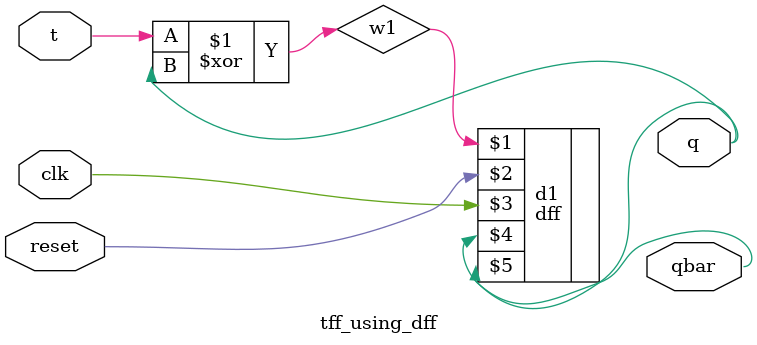
<source format=v>
`timescale 1ns / 1ps

module tff_using_dff(
    input t,
    input reset,
    input clk,
    output q,
    output qbar
	 
	 
    );
  wire w1;
  assign w1= t^q;
 
 dff d1 (
    w1,
  reset,
  clk,
 q,
 qbar
    );
  
endmodule

</source>
